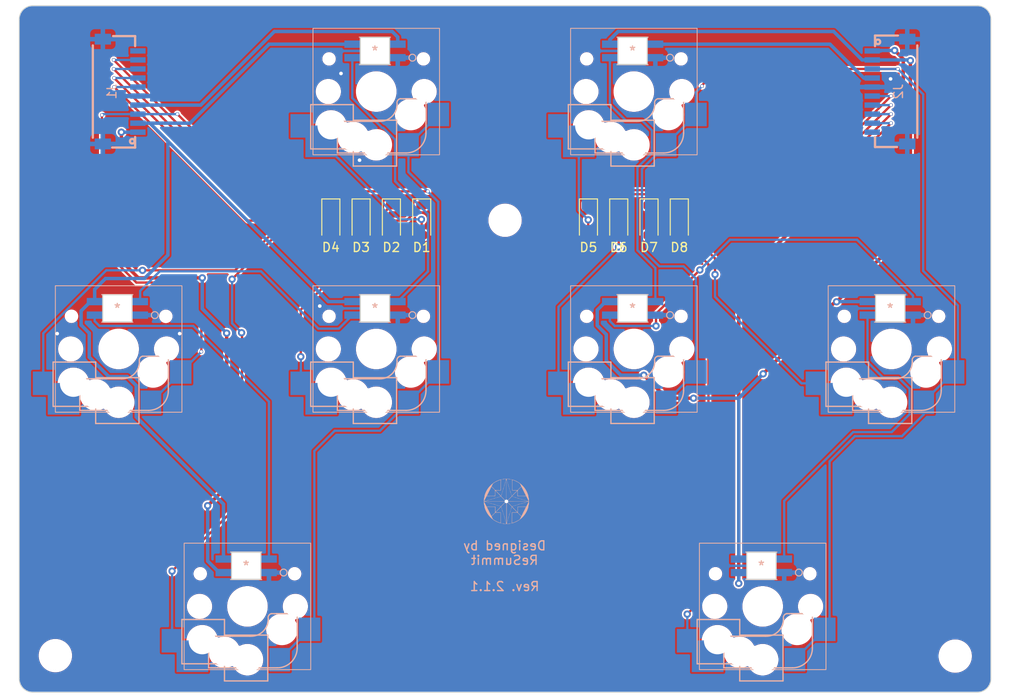
<source format=kicad_pcb>
(kicad_pcb (version 20240108) (generator "pcbnew") (generator_version "8.0")
  (layers (0 "F.Cu" signal) (31 "B.Cu" signal) (34 "B.Paste" user) (35 "F.Paste" user) (36 "B.SilkS" user "B.Silkscreen") (37 "F.SilkS" user "F.Silkscreen") (38 "B.Mask" user) (39 "F.Mask" user) (44 "Edge.Cuts" user))
  (net 0 "")
  (net 1 "Net-(D1-A)")
  (net 2 "Net-(SW1B-DOUT)")
  (net 3 "GND")
  (net 4 "/Row1")
  (net 5 "/Row2")
  (net 6 "/Row3")
  (net 7 "/Row4")
  (net 8 "/RGB_In")
  (net 9 "/Col_In")
  (net 10 "/V+")
  (net 11 "/RGB_Out")
  (net 14 "Net-(D2-A)")
  (net 15 "Net-(D3-A)")
  (net 16 "Net-(D4-A)")
  (net 17 "Net-(D5-A)")
  (net 18 "/Row11")
  (net 19 "Net-(D6-A)")
  (net 20 "/Row21")
  (net 21 "Net-(D7-A)")
  (net 22 "/Row31")
  (net 23 "Net-(D8-A)")
  (net 24 "/Row41")
  (net 25 "/V+1")
  (net 26 "/Col_In1")
  (net 27 "/RGB_Out1")
  (net 28 "/RGB_In1")
  (net 29 "Net-(SW2B-DOUT)")
  (net 30 "Net-(SW3B-DOUT)")
  (net 31 "Net-(SW5B-DOUT)")
  (net 32 "Net-(SW6B-DOUT)")
  (net 33 "Net-(SW7B-DOUT)")
  (footprint "Diode_SMD:D_SOD-123" (layer "F.Cu") (at 111.125 46.05 -90)
    (property "Reference" "D5")
    (property "Value" "1N4148W")
  )
  (footprint "Diode_SMD:D_SOD-123" (layer "F.Cu") (at 89.325 46.05 -90)
    (property "Reference" "D2")
    (property "Value" "1N4148W")
  )
  (footprint "Diode_SMD:D_SOD-123" (layer "F.Cu") (at 92.675 46.05 -90)
    (property "Reference" "D1")
    (property "Value" "1N4148W")
  )
  (footprint "Seismos-libs:Hole_M3_3.2mm" (layer "F.Cu") (at 151.7 94.3)
    (property "Reference" "REF**")
    (property "Value" "Hole_M3_3.2mm")
  )
  (footprint "Diode_SMD:D_SOD-123" (layer "F.Cu") (at 82.625 46.05 -90)
    (property "Reference" "D4")
    (property "Value" "1N4148W")
  )
  (footprint "Diode_SMD:D_SOD-123" (layer "F.Cu") (at 121.175 46.05 -90)
    (property "Reference" "D8")
    (property "Value" "1N4148W")
  )
  (footprint "Diode_SMD:D_SOD-123" (layer "F.Cu") (at 114.475 46.05 -90)
    (property "Reference" "D6")
    (property "Value" "1N4148W")
  )
  (footprint "Diode_SMD:D_SOD-123" (layer "F.Cu") (at 117.825 46.05 -90)
    (property "Reference" "D7")
    (property "Value" "1N4148W")
  )
  (footprint "Seismos-libs:Hole_M3_3.2mm" (layer "F.Cu") (at 101.9 46.05)
    (property "Reference" "REF**")
    (property "Value" "Hole_M3_3.2mm")
  )
  (footprint "Diode_SMD:D_SOD-123" (layer "F.Cu") (at 85.975 46.05 -90)
    (property "Reference" "D3")
    (property "Value" "1N4148W")
  )
  (footprint "Seismos-libs:Hole_M3_3.2mm" (layer "F.Cu") (at 52.15 94.25)
    (property "Reference" "REF**")
    (property "Value" "Hole_M3_3.2mm")
  )
  (footprint "Seismos-libs:CONN-SMD_10P-P1.00_SM10B-SRSS-TB-LF-SN" (layer "B.Cu") (at 146.4045 31.8 -90)
    (property "Reference" "J2")
    (property "Value" "SM10B-SRSS-TB(LF)(SN)")
  )
  (footprint "Seismos-libs:Switch_SK6812-E_Diode" (layer "B.Cu") (at 73.4 88.8 180)
    (property "Reference" "SW4")
    (property "Value" "Switch_SK6812-E_Diode")
    (fp_rect (start -1.478 3.0046) (end 1.762 5.9914) (stroke (width 0.12)) (fill none) (layer "Edge.Cuts"))
  )
  (footprint "Seismos-libs:Switch_SK6812-E_Diode" (layer "B.Cu") (at 130.4 88.8 180)
    (property "Reference" "SW8")
    (property "Value" "Switch_SK6812-E_Diode")
    (fp_rect (start -1.478 3.0046) (end 1.762 5.9914) (stroke (width 0.12)) (fill none) (layer "Edge.Cuts"))
  )
  (footprint "Seismos-libs:Switch_SK6812-E_Diode" (layer "B.Cu") (at 116.15 60.3 180)
    (property "Reference" "SW6")
    (property "Value" "Switch_SK6812-E_Diode")
    (fp_rect (start -1.478 3.0046) (end 1.762 5.9914) (stroke (width 0.12)) (fill none) (layer "Edge.Cuts"))
  )
  (footprint "Seismos-libs:Switch_SK6812-E_Diode" (layer "B.Cu") (at 87.65 31.8 180)
    (property "Reference" "SW1")
    (property "Value" "Switch_SK6812-E_Diode")
    (fp_rect (start -1.478 3.0046) (end 1.762 5.9914) (stroke (width 0.12)) (fill none) (layer "Edge.Cuts"))
  )
  (footprint "Seismos-libs:ReSummit_Logo" (layer "B.Cu") (at 102.05 77.175 -90)
    (property "Reference" "G***" (hide yes))
    (property "Value" "LOGO" (hide yes))
  )
  (footprint "Seismos-libs:Switch_SK6812-E_Diode" (layer "B.Cu") (at 116.15 31.8 180)
    (property "Reference" "SW5")
    (property "Value" "Switch_SK6812-E_Diode")
    (fp_rect (start -1.478 3.0046) (end 1.762 5.9914) (stroke (width 0.12)) (fill none) (layer "Edge.Cuts"))
  )
  (footprint "Seismos-libs:Switch_SK6812-E_Diode" (layer "B.Cu") (at 144.65 60.3 180)
    (property "Reference" "SW7")
    (property "Value" "Switch_SK6812-E_Diode")
    (fp_rect (start -1.478 3.0046) (end 1.762 5.9914) (stroke (width 0.12)) (fill none) (layer "Edge.Cuts"))
  )
  (footprint "Seismos-libs:CONN-SMD_10P-P1.00_SM10B-SRSS-TB-LF-SN" (layer "B.Cu") (at 57.3955 31.8 90)
    (property "Reference" "J1")
    (property "Value" "SM10B-SRSS-TB(LF)(SN)")
  )
  (footprint "Seismos-libs:Switch_SK6812-E_Diode" (layer "B.Cu") (at 87.65 60.3 180)
    (property "Reference" "SW2")
    (property "Value" "Switch_SK6812-E_Diode")
    (fp_rect (start -1.478 3.0046) (end 1.762 5.9914) (stroke (width 0.12)) (fill none) (layer "Edge.Cuts"))
  )
  (footprint "Seismos-libs:Switch_SK6812-E_Diode" (layer "B.Cu") (at 59.15 60.3 180)
    (property "Reference" "SW3")
    (property "Value" "Switch_SK6812-E_Diode")
    (fp_rect (start -1.478 3.0046) (end 1.762 5.9914) (stroke (width 0.12)) (fill none) (layer "Edge.Cuts"))
  )
  (gr_rect (start 123.4 81.8) (end 137.4 95.8) (stroke (width 0.1)) (fill none) (layer "B.SilkS"))
  (gr_rect (start 109.15 24.8) (end 123.15 38.8) (stroke (width 0.1)) (fill none) (layer "B.SilkS"))
  (gr_rect (start 137.65 53.3) (end 151.65 67.3) (stroke (width 0.1)) (fill none) (layer "B.SilkS"))
  (gr_rect (start 109.15 53.3) (end 123.15 67.3) (stroke (width 0.1)) (fill none) (layer "B.SilkS"))
  (gr_rect (start 80.65 53.3) (end 94.65 67.3) (stroke (width 0.1)) (fill none) (layer "B.SilkS"))
  (gr_rect (start 52.15 53.3) (end 66.15 67.3) (stroke (width 0.1)) (fill none) (layer "B.SilkS"))
  (gr_rect (start 66.4 81.8) (end 80.4 95.8) (stroke (width 0.1)) (fill none) (layer "B.SilkS"))
  (gr_rect (start 80.65 24.8) (end 94.65 38.8) (stroke (width 0.1)) (fill none) (layer "B.SilkS"))
  (gr_line (start 154.15 98.3) (end 49.65 98.3) (stroke (width 0.1)) (layer "Edge.Cuts"))
  (gr_line (start 155.65 23.8) (end 155.65 96.8) (stroke (width 0.1)) (layer "Edge.Cuts"))
  (gr_line (start 48.15 96.8) (end 48.15 23.8) (stroke (width 0.1)) (layer "Edge.Cuts"))
  (gr_arc (start 154.15 22.3) (mid 155.210643 22.739346) (end 155.65 23.8) (stroke (width 0.1)) (layer "Edge.Cuts"))
  (gr_arc (start 155.65 96.8) (mid 155.21066 97.86066) (end 154.15 98.3) (stroke (width 0.1)) (layer "Edge.Cuts"))
  (gr_arc (start 49.65 98.3) (mid 48.58934 97.86066) (end 48.15 96.8) (stroke (width 0.1)) (layer "Edge.Cuts"))
  (gr_line (start 49.65 22.3) (end 154.15 22.3) (stroke (width 0.1)) (layer "Edge.Cuts"))
  (gr_arc (start 48.15 23.8) (mid 48.58934 22.73934) (end 49.65 22.3) (stroke (width 0.1)) (layer "Edge.Cuts"))
  (gr_text "Rev. 2.1.1" (at 101.85 87.175 0) (layer "B.SilkS") (effects (font (size 1 1)) (justify bottom mirror)))
  (gr_text "Designed by\nReSummit" (at 101.85 84.275 0) (layer "B.SilkS") (effects (font (size 1 1)) (justify bottom mirror)))
  (segment (start 92.675 45.975) (end 92.65 45.95) (width 0.254) (layer "F.Cu") (net 1))
  (segment (start 92.675 47.7) (end 92.675 45.975) (width 0.254) (layer "F.Cu") (net 1))
  (via (at 92.65 45.95) (size 0.8) (drill 0.4) (layers "F.Cu" "B.Cu") (net 1))
  (segment (start 90.195 45.95) (end 81.56 37.315) (width 0.254) (layer "B.Cu") (net 1))
  (segment (start 92.65 45.95) (end 90.195 45.95) (width 0.254) (layer "B.Cu") (net 1))
  (segment (start 89.733 37.128521) (end 89.733 41.733) (width 0.254) (layer "B.Cu") (net 2))
  (segment (start 84.9981 28.0535) (end 84.9981 32.509686) (width 0.254) (layer "B.Cu") (net 2))
  (segment (start 84.9981 32.509686) (end 88.311414 35.823) (width 0.254) (layer "B.Cu") (net 2))
  (segment (start 93.377 45.377) (end 93.377 51.7059) (width 0.254) (layer "B.Cu") (net 2))
  (segment (start 93.377 51.7059) (end 90.028 55.0549) (width 0.254) (layer "B.Cu") (net 2))
  (segment (start 88.311414 35.823) (end 88.427479 35.823) (width 0.254) (layer "B.Cu") (net 2))
  (segment (start 88.427479 35.823) (end 89.733 37.128521) (width 0.254) (layer "B.Cu") (net 2))
  (segment (start 89.733 41.733) (end 93.377 45.377) (width 0.254) (layer "B.Cu") (net 2))
  (via (at 52.35 58.6) (size 0.8) (drill 0.4) (layers "F.Cu" "B.Cu") (net 3))
  (via (at 144.55 30.4) (size 0.8) (drill 0.4) (layers "F.Cu" "B.Cu") (net 3))
  (via (at 65.9 58.6) (size 0.8) (drill 0.4) (layers "F.Cu" "B.Cu") (net 3))
  (via (at 85.8 39.4) (size 0.8) (drill 0.4) (layers "F.Cu" "B.Cu") (net 3))
  (via (at 83.75 29.8) (size 0.8) (drill 0.4) (layers "F.Cu" "B.Cu") (net 3))
  (via (at 102.05 77.175) (size 0.8) (drill 0.4) (layers "F.Cu" "B.Cu") (net 3))
  (via (at 81.4 55.55) (size 0.8) (drill 0.4) (layers "F.Cu" "B.Cu") (net 3))
  (segment (start 90.99 46.085) (end 73.435 46.085) (width 0.254) (layer "F.Cu") (net 4))
  (segment (start 92.675 44.4) (end 90.99 46.085) (width 0.254) (layer "F.Cu") (net 4))
  (segment (start 73.435 46.085) (end 58.65 31.3) (width 0.254) (layer "F.Cu") (net 4))
  (via (at 58.65 31.3) (size 0.4) (drill 0.3) (layers "F.Cu" "B.Cu") (net 4))
  (segment (start 58.65 31.3) (end 61.2805 31.3) (width 0.254) (layer "B.Cu") (net 4))
  (segment (start 88.094 45.631) (end 73.981 45.631) (width 0.254) (layer "F.Cu") (net 5))
  (segment (start 89.325 44.4) (end 88.094 45.631) (width 0.254) (layer "F.Cu") (net 5))
  (segment (start 73.981 45.631) (end 58.65 30.3) (width 0.254) (layer "F.Cu") (net 5))
  (via (at 58.65 30.3) (size 0.4) (drill 0.3) (layers "F.Cu" "B.Cu") (net 5))
  (segment (start 58.65 30.3) (end 61.2805 30.3) (width 0.254) (layer "B.Cu") (net 5))
  (segment (start 85.198 45.177) (end 74.477 45.177) (width 0.254) (layer "F.Cu") (net 6))
  (segment (start 85.975 44.4) (end 85.198 45.177) (width 0.254) (layer "F.Cu") (net 6))
  (segment (start 74.477 45.177) (end 58.6 29.3) (width 0.254) (layer "F.Cu") (net 6))
  (via (at 58.6 29.3) (size 0.4) (drill 0.3) (layers "F.Cu" "B.Cu") (net 6))
  (segment (start 58.6 29.3) (end 61.2805 29.3) (width 0.254) (layer "B.Cu") (net 6))
  (segment (start 82.302 44.723) (end 75.023 44.723) (width 0.254) (layer "F.Cu") (net 7))
  (segment (start 75.023 44.723) (end 58.6 28.3) (width 0.254) (layer "F.Cu") (net 7))
  (segment (start 82.625 44.4) (end 82.302 44.723) (width 0.254) (layer "F.Cu") (net 7))
  (via (at 58.6 28.3) (size 0.4) (drill 0.3) (layers "F.Cu" "B.Cu") (net 7))
  (segment (start 58.6 28.3) (end 61.2805 28.3) (width 0.254) (layer "B.Cu") (net 7))
  (segment (start 90.028 26.5549) (end 90.028 25.7675) (width 0.381) (layer "B.Cu") (net 8))
  (segment (start 90.028 25.7675) (end 89.4105 25.15) (width 0.381) (layer "B.Cu") (net 8))
  (segment (start 68.228342 33.3) (end 61.2805 33.3) (width 0.381) (layer "B.Cu") (net 8))
  (segment (start 76.378342 25.15) (end 68.228342 33.3) (width 0.381) (layer "B.Cu") (net 8))
  (segment (start 89.4105 25.15) (end 76.378342 25.15) (width 0.381) (layer "B.Cu") (net 8))
  (segment (start 68.3 57.2) (end 68.3 60.6) (width 0.254) (layer "F.Cu") (net 9))
  (segment (start 61.112644 52.9445) (end 64.0445 52.9445) (width 0.254) (layer "F.Cu") (net 9))
  (segment (start 57.3 34.4) (end 57.3 49.131856) (width 0.254) (layer "F.Cu") (net 9))
  (segment (start 93.35 42.85) (end 74.2 42.85) (width 0.254) (layer "F.Cu") (net 9))
  (segment (start 74.2 42.85) (end 65.65 34.3) (width 0.254) (layer "F.Cu") (net 9))
  (segment (start 57.3 49.131856) (end 61.112644 52.9445) (width 0.254) (layer "F.Cu") (net 9))
  (segment (start 64.0445 52.9445) (end 68.3 57.2) (width 0.254) (layer "F.Cu") (net 9))
  (via (at 57.3 34.4) (size 0.4) (drill 0.3) (layers "F.Cu" "B.Cu") (net 9))
  (via (at 68.3 60.6) (size 0.4) (drill 0.3) (layers "F.Cu" "B.Cu") (net 9))
  (via (at 93.35 42.85) (size 0.4) (drill 0.3) (layers "F.Cu" "B.Cu") (net 9))
  (via (at 65.65 34.3) (size 0.4) (drill 0.3) (layers "F.Cu" "B.Cu") (net 9))
  (segment (start 93.35 42.85) (end 94.51 44.01) (width 0.254) (layer "B.Cu") (net 9))
  (segment (start 88.06 69.35) (end 91.21 66.2) (width 0.254) (layer "B.Cu") (net 9))
  (segment (start 83.05 69.35) (end 88.06 69.35) (width 0.254) (layer "B.Cu") (net 9))
  (segment (start 94.51 44.01) (end 94.51 62.84) (width 0.254) (layer "B.Cu") (net 9))
  (segment (start 66.06 62.84) (end 68.3 60.6) (width 0.254) (layer "B.Cu") (net 9))
  (segment (start 94.51 34.34) (end 94.51 34.4) (width 0.254) (layer "B.Cu") (net 9))
  (segment (start 94.51 62.84) (end 94.51 62.9) (width 0.254) (layer "B.Cu") (net 9))
  (segment (start 94.51 34.4) (end 91.21 37.7) (width 0.254) (layer "B.Cu") (net 9))
  (segment (start 61.2805 34.3) (end 57.4 34.3) (width 0.254) (layer "B.Cu") (net 9))
  (segment (start 94.51 62.9) (end 91.21 66.2) (width 0.254) (layer "B.Cu") (net 9))
  (segment (start 80.8 71.6) (end 83.05 69.35) (width 0.254) (layer "B.Cu") (net 9))
  (segment (start 80.26 91.34) (end 80.8 90.8) (width 0.254) (layer "B.Cu") (net 9))
  (segment (start 66.01 62.84) (end 66.01 62.9) (width 0.254) (layer "B.Cu") (net 9))
  (segment (start 76.96 94.7) (end 76.96 94.64) (width 0.254) (layer "B.Cu") (net 9))
  (segment (start 76.96 94.64) (end 80.26 91.34) (width 0.254) (layer "B.Cu") (net 9))
  (segment (start 66.01 62.9) (end 62.71 66.2) (width 0.254) (layer "B.Cu") (net 9))
  (segment (start 93.35 42.85) (end 91.21 40.71) (width 0.254) (layer "B.Cu") (net 9))
  (segment (start 91.21 40.71) (end 91.21 37.7) (width 0.254) (layer "B.Cu") (net 9))
  (segment (start 66.01 62.84) (end 66.06 62.84) (width 0.254) (layer "B.Cu") (net 9))
  (segment (start 57.4 34.3) (end 57.3 34.4) (width 0.254) (layer "B.Cu") (net 9))
  (segment (start 80.8 90.8) (end 80.8 71.6) (width 0.254) (layer "B.Cu") (net 9))
  (segment (start 61.2805 34.3) (end 65.65 34.3) (width 0.254) (layer "B.Cu") (net 9))
  (segment (start 62.6 35.3) (end 63.5 36.2) (width 0.381) (layer "B.Cu") (net 10))
  (segment (start 61.1 67.821) (end 61.1 64.35) (width 0.381) (layer "B.Cu") (net 10))
  (segment (start 55.9 58.55) (end 55 57.65) (width 0.381) (layer "B.Cu") (net 10))
  (segment (start 82.3549 55.0549) (end 63.5 36.2) (width 0.381) (layer "B.Cu") (net 10))
  (segment (start 70.7481 77.4691) (end 61.1 67.821) (width 0.381) (layer "B.Cu") (net 10))
  (segment (start 55.9 61.2) (end 55.9 58.55) (width 0.381) (layer "B.Cu") (net 10))
  (segment (start 56.4981 53.7019) (end 56.4981 55.0549) (width 0.381) (layer "B.Cu") (net 10))
  (segment (start 56.0295 55.0549) (end 56.4981 55.0549) (width 0.381) (layer "B.Cu") (net 10))
  (segment (start 70.7481 83.5549) (end 70.7481 77.4691) (width 0.381) (layer "B.Cu") (net 10))
  (segment (start 63.5 36.2) (end 64.6 37.3) (width 0.381) (layer "B.Cu") (net 10))
  (segment (start 62.3 35.3) (end 62.6 35.3) (width 0.381) (layer "B.Cu") (net 10))
  (segment (start 62 52.5) (end 57.7 52.5) (width 0.381) (layer "B.Cu") (net 10))
  (segment (start 55 56.0844) (end 56.0295 55.0549) (width 0.381) (layer "B.Cu") (net 10))
  (segment (start 64.6 49.9) (end 62 52.5) (width 0.381) (layer "B.Cu") (net 10))
  (segment (start 61.2815 35.3) (end 62.3 35.3) (width 0.381) (layer "B.Cu") (net 10))
  (segment (start 60.1 63.35) (end 58.05 63.35) (width 0.381) (layer "B.Cu") (net 10))
  (segment (start 67.05 35.3) (end 62.3 35.3) (width 0.381) (layer "B.Cu") (net 10))
  (segment (start 55 57.65) (end 55 56.0844) (width 0.381) (layer "B.Cu") (net 10))
  (segment (start 61.1 64.35) (end 60.1 63.35) (width 0.381) (layer "B.Cu") (net 10))
  (segment (start 64.6 37.3) (end 64.6 49.9) (width 0.381) (layer "B.Cu") (net 10))
  (segment (start 58.05 63.35) (end 55.9 61.2) (width 0.381) (layer "B.Cu") (net 10))
  (segment (start 75.7951 26.5549) (end 67.05 35.3) (width 0.381) (layer "B.Cu") (net 10))
  (segment (start 57.7 52.5) (end 56.4981 53.7019) (width 0.381) (layer "B.Cu") (net 10))
  (segment (start 84.9981 26.5549) (end 75.7951 26.5549) (width 0.381) (layer "B.Cu") (net 10))
  (segment (start 84.9981 55.0549) (end 82.3549 55.0549) (width 0.381) (layer "B.Cu") (net 10))
  (segment (start 59.45 50.55) (end 59.45 36.3) (width 0.381) (layer "F.Cu") (net 11))
  (segment (start 61.327 52.427) (end 59.45 50.55) (width 0.381) (layer "F.Cu") (net 11))
  (segment (start 68.4 52.427) (end 61.327 52.427) (width 0.381) (layer "F.Cu") (net 11))
  (segment (start 69 77.65) (end 71.1 75.55) (width 0.381) (layer "F.Cu") (net 11))
  (segment (start 71.1 75.55) (end 71.1 58.55) (width 0.381) (layer "F.Cu") (net 11))
  (via (at 68.4 52.427) (size 0.8) (drill 0.4) (layers "F.Cu" "B.Cu") (net 11))
  (via (at 59.45 36.3) (size 0.8) (drill 0.4) (layers "F.Cu" "B.Cu") (net 11))
  (via (at 71.1 58.55) (size 0.8) (drill 0.4) (layers "F.Cu" "B.Cu") (net 11))
  (via (at 69 77.65) (size 0.8) (drill 0.4) (layers "F.Cu" "B.Cu") (net 11))
  (segment (start 68.4 52.427) (end 68.4 55.85) (width 0.381) (layer "B.Cu") (net 11))
  (segment (start 70.2795 85.0535) (end 69 83.774) (width 0.381) (layer "B.Cu") (net 11))
  (segment (start 69 83.774) (end 69 77.65) (width 0.381) (layer "B.Cu") (net 11))
  (segment (start 68.4 55.85) (end 71.1 58.55) (width 0.381) (layer "B.Cu") (net 11))
  (segment (start 70.7481 85.0535) (end 70.2795 85.0535) (width 0.381) (layer "B.Cu") (net 11))
  (segment (start 59.45 36.3) (end 61.2815 36.3) (width 0.381) (layer "B.Cu") (net 11))
  (segment (start 79.3 61.15) (end 79.3 55.95) (width 0.254) (layer "F.Cu") (net 14))
  (segment (start 88.325 48.7) (end 89.325 47.7) (width 0.254) (layer "F.Cu") (net 14))
  (segment (start 86.55 48.7) (end 88.325 48.7) (width 0.254) (layer "F.Cu") (net 14))
  (segment (start 79.3 55.95) (end 86.55 48.7) (width 0.254) (layer "F.Cu") (net 14))
  (via (at 79.3 61.15) (size 0.8) (drill 0.4) (layers "F.Cu" "B.Cu") (net 14))
  (segment (start 79.31 64.1) (end 79.31 61.16) (width 0.254) (layer "B.Cu") (net 14))
  (segment (start 79.31 61.16) (end 79.3 61.15) (width 0.254) (layer "B.Cu") (net 14))
  (segment (start 72.039916 51.591032) (end 76.707948 46.923) (width 0.254) (layer "F.Cu") (net 15))
  (segment (start 61.791032 51.591032) (end 72.039916 51.591032) (width 0.254) (layer "F.Cu") (net 15))
  (segment (start 85.198 46.923) (end 85.975 47.7) (width 0.254) (layer "F.Cu") (net 15))
  (segment (start 76.707948 46.923) (end 85.198 46.923) (width 0.254) (layer "F.Cu") (net 15))
  (via (at 61.791032 51.591032) (size 0.8) (drill 0.4) (layers "F.Cu" "B.Cu") (net 15))
  (segment (start 57.782903 51.591032) (end 61.791032 51.591032) (width 0.254) (layer "B.Cu") (net 15))
  (segment (start 50.81 64.1) (end 50.81 58.563935) (width 0.254) (layer "B.Cu") (net 15))
  (segment (start 50.81 58.563935) (end 57.782903 51.591032) (width 0.254) (layer "B.Cu") (net 15))
  (segment (start 72.8 77.15) (end 72.8 58.55) (width 0.254) (layer "F.Cu") (net 16))
  (segment (start 72.8 58.55) (end 72.75 58.5) (width 0.254) (layer "F.Cu") (net 16))
  (segment (start 71.7 52.573) (end 76.573 47.7) (width 0.254) (layer "F.Cu") (net 16))
  (segment (start 65.06 84.89) (end 72.8 77.15) (width 0.254) (layer "F.Cu") (net 16))
  (segment (start 76.573 47.7) (end 82.625 47.7) (width 0.254) (layer "F.Cu") (net 16))
  (via (at 72.75 58.5) (size 0.8) (drill 0.4) (layers "F.Cu" "B.Cu") (net 16))
  (via (at 71.7 52.573) (size 0.8) (drill 0.4) (layers "F.Cu" "B.Cu") (net 16))
  (via (at 65.06 84.89) (size 0.8) (drill 0.4) (layers "F.Cu" "B.Cu") (net 16))
  (segment (start 72.75 58.5) (end 71.7 57.45) (width 0.254) (layer "B.Cu") (net 16))
  (segment (start 71.7 57.45) (end 71.7 52.573) (width 0.254) (layer "B.Cu") (net 16))
  (segment (start 65.06 84.89) (end 65.06 92.6) (width 0.254) (layer "B.Cu") (net 16))
  (segment (start 111.1 46) (end 111.1 47.675) (width 0.254) (layer "F.Cu") (net 17))
  (segment (start 111.1 47.675) (end 111.125 47.7) (width 0.254) (layer "F.Cu") (net 17))
  (via (at 111.1 46) (size 0.8) (drill 0.4) (layers "F.Cu" "B.Cu") (net 17))
  (segment (start 110.06 44.96) (end 111.1 46) (width 0.254) (layer "B.Cu") (net 17))
  (segment (start 110.06 37.315) (end 110.06 44.96) (width 0.254) (layer "B.Cu") (net 17))
  (segment (start 111.125 44.4) (end 112.81 42.715) (width 0.254) (layer "F.Cu") (net 18))
  (segment (start 112.81 42.715) (end 117.35 42.715) (width 0.254) (layer "F.Cu") (net 18))
  (segment (start 134.185 42.715) (end 144.6 32.3) (width 0.254) (layer "F.Cu") (net 18))
  (segment (start 117.35 42.715) (end 134.185 42.715) (width 0.254) (layer "F.Cu") (net 18))
  (via (at 144.6 32.3) (size 0.4) (drill 0.3) (layers "F.Cu" "B.Cu") (net 18))
  (segment (start 144.6 32.3) (end 142.5195 32.3) (width 0.254) (layer "B.Cu") (net 18))
  (segment (start 114.475 48.975) (end 114.475 47.7) (width 0.254) (layer "F.Cu") (net 19))
  (segment (start 114.45 49) (end 114.475 48.975) (width 0.254) (layer "F.Cu") (net 19))
  (via (at 114.45 49) (size 0.8) (drill 0.4) (layers "F.Cu" "B.Cu") (net 19))
  (segment (start 107.81 55.64) (end 107.81 64.1) (width 0.254) (layer "B.Cu") (net 19))
  (segment (start 114.45 49) (end 107.81 55.64) (width 0.254) (layer "B.Cu") (net 19))
  (segment (start 115.706 43.169) (end 114.475 44.4) (width 0.254) (layer "F.Cu") (net 20))
  (segment (start 144.6 33.3) (end 134.731 43.169) (width 0.254) (layer "F.Cu") (net 20))
  (segment (start 134.731 43.169) (end 115.706 43.169) (width 0.254) (layer "F.Cu") (net 20))
  (via (at 144.6 33.3) (size 0.4) (drill 0.3) (layers "F.Cu" "B.Cu") (net 20))
  (segment (start 144.6 33.3) (end 142.5195 33.3) (width 0.254) (layer "B.Cu") (net 20))
  (segment (start 118.602 46.923) (end 117.825 47.7) (width 0.254) (layer "F.Cu") (net 21))
  (segment (start 125.127 50.26512) (end 121.78488 46.923) (width 0.254) (layer "F.Cu") (net 21))
  (segment (start 125.127 52.05) (end 125.127 50.26512) (width 0.254) (layer "F.Cu") (net 21))
  (segment (start 121.78488 46.923) (end 118.602 46.923) (width 0.254) (layer "F.Cu") (net 21))
  (via (at 125.127 52.05) (size 0.8) (drill 0.4) (layers "F.Cu" "B.Cu") (net 21))
  (segment (start 134.7 64.1) (end 136.31 64.1) (width 0.254) (layer "B.Cu") (net 21))
  (segment (start 125.127 52.05) (end 125.127 54.527) (width 0.254) (layer "B.Cu") (net 21))
  (segment (start 125.127 54.527) (end 134.7 64.1) (width 0.254) (layer "B.Cu") (net 21))
  (segment (start 118.602 43.623) (end 117.825 44.4) (width 0.254) (layer "F.Cu") (net 22))
  (segment (start 144.6 34.3) (end 135.277 43.623) (width 0.254) (layer "F.Cu") (net 22))
  (segment (start 135.277 43.623) (end 118.602 43.623) (width 0.254) (layer "F.Cu") (net 22))
  (via (at 144.6 34.3) (size 0.4) (drill 0.3) (layers "F.Cu" "B.Cu") (net 22))
  (segment (start 142.5195 34.3) (end 144.6 34.3) (width 0.254) (layer "B.Cu") (net 22))
  (segment (start 124.4 87.3) (end 124.4 85.644465) (width 0.254) (layer "F.Cu") (net 23))
  (segment (start 124.303 84.820935) (end 124.4 84.723935) (width 0.254) (layer "F.Cu") (net 23))
  (segment (start 124.4 50.925) (end 121.175 47.7) (width 0.254) (layer "F.Cu") (net 23))
  (segment (start 124.303 85.547465) (end 124.303 84.820935) (width 0.254) (layer "F.Cu") (net 23))
  (segment (start 122.05 89.65) (end 124.4 87.3) (width 0.254) (layer "F.Cu") (net 23))
  (segment (start 124.4 84.723935) (end 124.4 50.925) (width 0.254) (layer "F.Cu") (net 23))
  (segment (start 124.4 85.644465) (end 124.303 85.547465) (width 0.254) (layer "F.Cu") (net 23))
  (via (at 122.05 89.65) (size 0.8) (drill 0.4) (layers "F.Cu" "B.Cu") (net 23))
  (segment (start 122.06 89.66) (end 122.05 89.65) (width 0.254) (layer "B.Cu") (net 23))
  (segment (start 122.06 92.6) (end 122.06 89.66) (width 0.254) (layer "B.Cu") (net 23))
  (segment (start 121.175 44.4) (end 121.498 44.077) (width 0.254) (layer "F.Cu") (net 24))
  (segment (start 121.498 44.077) (end 135.823 44.077) (width 0.254) (layer "F.Cu") (net 24))
  (segment (start 135.823 44.077) (end 144.6 35.3) (width 0.254) (layer "F.Cu") (net 24))
  (via (at 144.6 35.3) (size 0.4) (drill 0.3) (layers "F.Cu" "B.Cu") (net 24))
  (segment (start 144.6 35.3) (end 142.5195 35.3) (width 0.254) (layer "B.Cu") (net 24))
  (segment (start 119.8 65.75) (end 122.75 65.75) (width 0.381) (layer "F.Cu") (net 25))
  (segment (start 138.575 55.075) (end 146.7405 46.9095) (width 0.381) (layer "F.Cu") (net 25))
  (segment (start 146.7405 46.9095) (end 146.7405 28.365633) (width 0.381) (layer "F.Cu") (net 25))
  (segment (start 117.25 63.2) (end 119.8 65.75) (width 0.381) (layer "F.Cu") (net 25))
  (segment (start 138.425 55.075) (end 130.45 63.05) (width 0.381) (layer "F.Cu") (net 25))
  (segment (start 138.575 55.075) (end 138.425 55.075) (width 0.381) (layer "F.Cu") (net 25))
  (via (at 130.45 63.05) (size 0.8) (drill 0.4) (layers "F.Cu" "B.Cu") (net 25))
  (via (at 146.7405 28.365633) (size 0.8) (drill 0.4) (layers "F.Cu" "B.Cu") (net 25))
  (via (at 138.575 55.075) (size 0.8) (drill 0.4) (layers "F.Cu" "B.Cu") (net 25))
  (via (at 122.75 65.75) (size 0.8) (drill 0.4) (layers "F.Cu" "B.Cu") (net 25))
  (via (at 117.25 63.2) (size 0.8) (drill 0.4) (layers "F.Cu" "B.Cu") (net 25))
  (segment (start 113.1 58.7) (end 113.1 61.6) (width 0.381) (layer "B.Cu") (net 25))
  (segment (start 127.7481 83.5549) (end 127.7481 65.7519) (width 0.381) (layer "B.Cu") (net 25))
  (segment (start 122.75 65.75) (end 127.75 65.75) (width 0.381) (layer "B.Cu") (net 25))
  (segment (start 141.4 28.3) (end 142.5185 28.3) (width 0.381) (layer "B.Cu") (net 25))
  (segment (start 114.4 25.15) (end 138.25 25.15) (width 0.381) (layer "B.Cu") (net 25))
  (segment (start 112.1 57.7) (end 113.1 58.7) (width 0.381) (layer "B.Cu") (net 25))
  (segment (start 113.1 61.6) (end 114.7 63.2) (width 0.381) (layer "B.Cu") (net 25))
  (segment (start 113.4981 55.0549) (end 113.0295 55.0549) (width 0.381) (layer "B.Cu") (net 25))
  (segment (start 146.7405 28.365633) (end 146.674867 28.3) (width 0.381) (layer "B.Cu") (net 25))
  (segment (start 113.4981 26.0519) (end 114.4 25.15) (width 0.381) (layer "B.Cu") (net 25))
  (segment (start 138.25 25.15) (end 141.4 28.3) (width 0.381) (layer "B.Cu") (net 25))
  (segment (start 138.575 55.075) (end 138.5951 55.0549) (width 0.381) (layer "B.Cu") (net 25))
  (segment (start 113.4981 26.5549) (end 113.4981 26.0519) (width 0.381) (layer "B.Cu") (net 25))
  (segment (start 112.1 55.9844) (end 112.1 57.7) (width 0.381) (layer "B.Cu") (net 25))
  (segment (start 127.75 65.75) (end 130.45 63.05) (width 0.381) (layer "B.Cu") (net 25))
  (segment (start 138.5951 55.0549) (end 141.9981 55.0549) (width 0.381) (layer "B.Cu") (net 25))
  (segment (start 113.0295 55.0549) (end 112.1 55.9844) (width 0.381) (layer "B.Cu") (net 25))
  (segment (start 146.674867 28.3) (end 142.5185 28.3) (width 0.381) (layer "B.Cu") (net 25))
  (segment (start 127.7481 65.7519) (end 130.45 63.05) (width 0.381) (layer "B.Cu") (net 25))
  (segment (start 114.7 63.2) (end 117.25 63.2) (width 0.381) (layer "B.Cu") (net 25))
  (segment (start 125.5 29.3) (end 123.7 31.1) (width 0.254) (layer "F.Cu") (net 26))
  (segment (start 145.35 29.3) (end 125.5 29.3) (width 0.254) (layer "F.Cu") (net 26))
  (segment (start 123.7 31.1) (end 123.7 31.2) (width 0.254) (layer "F.Cu") (net 26))
  (via (at 123.7 31.2) (size 0.4) (drill 0.3) (layers "F.Cu" "B.Cu") (net 26))
  (via (at 145.35 29.3) (size 0.4) (drill 0.3) (layers "F.Cu" "B.Cu") (net 26))
  (segment (start 142.5195 29.3) (end 145.35 29.3) (width 0.254) (layer "B.Cu") (net 26))
  (segment (start 137.8 90.8) (end 137.26 91.34) (width 0.254) (layer "B.Cu") (net 26))
  (segment (start 148.21 66.14) (end 151.51 62.84) (width 0.254) (layer "B.Cu") (net 26))
  (segment (start 119.71 66.14) (end 123.01 62.84) (width 0.254) (layer "B.Cu") (net 26))
  (segment (start 121.65 51.15) (end 118.971866 51.15) (width 0.254) (layer "B.Cu") (net 26))
  (segment (start 123.01 31.89) (end 123.01 34.34) (width 0.254) (layer "B.Cu") (net 26))
  (segment (start 148.15 32.1) (end 148.15 51.65) (width 0.254) (layer "B.Cu") (net 26))
  (segment (start 118.971866 51.15) (end 117.05 49.228134) (width 0.254) (layer "B.Cu") (net 26))
  (segment (start 133.96 94.7) (end 133.96 94.64) (width 0.254) (layer "B.Cu") (net 26))
  (segment (start 137.8 72.75) (end 137.8 90.8) (width 0.254) (layer "B.Cu") (net 26))
  (segment (start 123.01 52.51) (end 121.65 51.15) (width 0.254) (layer "B.Cu") (net 26))
  (segment (start 133.96 94.64) (end 137.26 91.34) (width 0.254) (layer "B.Cu") (net 26))
  (segment (start 152 62.35) (end 151.51 62.84) (width 0.254) (layer "B.Cu") (net 26))
  (segment (start 117.05 40.36) (end 119.71 37.7) (width 0.254) (layer "B.Cu") (net 26))
  (segment (start 152 55.5) (end 152 62.35) (width 0.254) (layer "B.Cu") (net 26))
  (segment (start 123.01 62.84) (end 123.01 52.51) (width 0.254) (layer "B.Cu") (net 26))
  (segment (start 119.71 66.2) (end 119.71 66.14) (width 0.254) (layer "B.Cu") (net 26))
  (segment (start 119.71 37.7) (end 119.71 37.64) (width 0.254) (layer "B.Cu") (net 26))
  (segment (start 148.21 66.2) (end 148.21 66.14) (width 0.254) (layer "B.Cu") (net 26))
  (segment (start 145.8 69.954) (end 140.596 69.954) (width 0.254) (layer "B.Cu") (net 26))
  (segment (start 119.71 37.64) (end 123.01 34.34) (width 0.254) (layer "B.Cu") (net 26))
  (segment (start 117.05 49.228134) (end 117.05 40.36) (width 0.254) (layer "B.Cu") (net 26))
  (segment (start 123.7 31.2) (end 123.01 31.89) (width 0.254) (layer "B.Cu") (net 26))
  (segment (start 140.596 69.954) (end 137.8 72.75) (width 0.254) (layer "B.Cu") (net 26))
  (segment (start 148.21 67.544) (end 145.8 69.954) (width 0.254) (layer "B.Cu") (net 26))
  (segment (start 148.15 51.65) (end 152 55.5) (width 0.254) (layer "B.Cu") (net 26))
  (segment (start 148.21 66.2) (end 148.21 67.544) (width 0.254) (layer "B.Cu") (net 26))
  (segment (start 145.35 29.3) (end 148.15 32.1) (width 0.254) (layer "B.Cu") (net 26))
  (segment (start 145.95 28.2) (end 145.95 34.785094) (width 0.381) (layer "F.Cu") (net 27))
  (segment (start 145.95 34.785094) (end 127.75 52.985094) (width 0.381) (layer "F.Cu") (net 27))
  (segment (start 127.75 52.985094) (end 127.75 86.25) (width 0.381) (layer "F.Cu") (net 27))
  (segment (start 145 27.25) (end 145.95 28.2) (width 0.381) (layer "F.Cu") (net 27))
  (via (at 145 27.25) (size 0.8) (drill 0.4) (layers "F.Cu" "B.Cu") (net 27))
  (via (at 127.75 86.25) (size 0.8) (drill 0.4) (layers "F.Cu" "B.Cu") (net 27))
  (segment (start 143.4495 27.3) (end 142.5185 27.3) (width 0.381) (layer "B.Cu") (net 27))
  (segment (start 143.4995 27.25) (end 143.4495 27.3) (width 0.381) (layer "B.Cu") (net 27))
  (segment (start 127.7481 85.0535) (end 127.7481 86.2481) (width 0.381) (layer "B.Cu") (net 27))
  (segment (start 127.7481 86.2481) (end 127.75 86.25) (width 0.381) (layer "B.Cu") (net 27))
  (segment (start 145 27.25) (end 143.4995 27.25) (width 0.381) (layer "B.Cu") (net 27))
  (segment (start 137.8434 26.5549) (end 141.5885 30.3) (width 0.381) (layer "B.Cu") (net 28))
  (segment (start 118.528 26.5549) (end 137.8434 26.5549) (width 0.381) (layer "B.Cu") (net 28))
  (segment (start 141.5885 30.3) (end 142.5195 30.3) (width 0.381) (layer "B.Cu") (net 28))
  (segment (start 84.9981 56.5535) (end 83.5016 58.05) (width 0.254) (layer "B.Cu") (net 29))
  (segment (start 81.25 58.05) (end 74.9 51.7) (width 0.254) (layer "B.Cu") (net 29))
  (segment (start 74.9 51.7) (end 63.7 51.7) (width 0.254) (layer "B.Cu") (net 29))
  (segment (start 63.7 51.7) (end 61.528 53.872) (width 0.254) (layer "B.Cu") (net 29))
  (segment (start 83.5016 58.05) (end 81.25 58.05) (width 0.254) (layer "B.Cu") (net 29))
  (segment (start 61.528 53.872) (end 61.528 55.0549) (width 0.254) (layer "B.Cu") (net 29))
  (segment (start 56.4981 57.2139) (end 57.0342 57.75) (width 0.254) (layer "B.Cu") (net 30))
  (segment (start 57.0342 57.75) (end 67.4 57.75) (width 0.254) (layer "B.Cu") (net 30))
  (segment (start 56.4981 56.5535) (end 56.4981 57.2139) (width 0.254) (layer "B.Cu") (net 30))
  (segment (start 75.778 66.128) (end 75.778 83.5549) (width 0.254) (layer "B.Cu") (net 30))
  (segment (start 67.4 57.75) (end 75.778 66.128) (width 0.254) (layer "B.Cu") (net 30))
  (segment (start 115.25 35) (end 117.05 35) (width 0.254) (layer "B.Cu") (net 31))
  (segment (start 117.05 35) (end 118.15 36.1) (width 0.254) (layer "B.Cu") (net 31))
  (segment (start 118.15 36.1) (end 118.15 38.6) (width 0.254) (layer "B.Cu") (net 31))
  (segment (start 113.4981 33.2481) (end 115.25 35) (width 0.254) (layer "B.Cu") (net 31))
  (segment (start 116.55 49.370186) (end 118.528 51.348186) (width 0.254) (layer "B.Cu") (net 31))
  (segment (start 118.15 38.6) (end 116.55 40.2) (width 0.254) (layer "B.Cu") (net 31))
  (segment (start 116.55 40.2) (end 116.55 49.370186) (width 0.254) (layer "B.Cu") (net 31))
  (segment (start 113.4981 28.0535) (end 113.4981 33.2481) (width 0.254) (layer "B.Cu") (net 31))
  (segment (start 118.528 51.348186) (end 118.528 55.0549) (width 0.254) (layer "B.Cu") (net 31))
  (segment (start 118.6 56.4) (end 118.6 57.75) (width 0.254) (layer "F.Cu") (net 32))
  (segment (start 123.45 51.55) (end 118.6 56.4) (width 0.254) (layer "F.Cu") (net 32))
  (via (at 123.45 51.55) (size 0.8) (drill 0.4) (layers "F.Cu" "B.Cu") (net 32))
  (via (at 118.6 57.75) (size 0.8) (drill 0.4) (layers "F.Cu" "B.Cu") (net 32))
  (segment (start 118.6 57.75) (end 114.0342 57.75) (width 0.254) (layer "B.Cu") (net 32))
  (segment (start 147.028 54.3945) (end 147.028 55.0549) (width 0.254) (layer "B.Cu") (net 32))
  (segment (start 114.0342 57.75) (end 113.4981 57.2139) (width 0.254) (layer "B.Cu") (net 32))
  (segment (start 123.45 51.55) (end 126.793421 48.206579) (width 0.254) (layer "B.Cu") (net 32))
  (segment (start 126.793421 48.206579) (end 140.840079 48.206579) (width 0.254) (layer "B.Cu") (net 32))
  (segment (start 140.840079 48.206579) (end 147.028 54.3945) (width 0.254) (layer "B.Cu") (net 32))
  (segment (start 113.4981 57.2139) (end 113.4981 56.5535) (width 0.254) (layer "B.Cu") (net 32))
  (segment (start 145.4 63.45) (end 143.7 63.45) (width 0.254) (layer "B.Cu") (net 33))
  (segment (start 132.778 77.129948) (end 140.407948 69.5) (width 0.254) (layer "B.Cu") (net 33))
  (segment (start 141.9981 61.7481) (end 141.9981 56.5535) (width 0.254) (layer "B.Cu") (net 33))
  (segment (start 132.778 83.5549) (end 132.778 77.129948) (width 0.254) (layer "B.Cu") (net 33))
  (segment (start 146.65 64.7) (end 145.4 63.45) (width 0.254) (layer "B.Cu") (net 33))
  (segment (start 140.407948 69.5) (end 144.677239 69.5) (width 0.254) (layer "B.Cu") (net 33))
  (segment (start 144.677239 69.5) (end 146.65 67.527239) (width 0.254) (layer "B.Cu") (net 33))
  (segment (start 143.7 63.45) (end 141.9981 61.7481) (width 0.254) (layer "B.Cu") (net 33))
  (segment (start 146.65 67.527239) (end 146.65 64.7) (width 0.254) (layer "B.Cu") (net 33))
  (zone (net 3) (net_name "GND") (layers "F&B.Cu") (name "GND") (connect_pads (clearance 0)) (min_thickness 0.25) (fill yes (thermal_gap 0.5) (thermal_bridge_width 0.5))
    (polygon (pts (xy 47.515 21.665) (xy 47.515 99.135) (xy 156.1 99.135) (xy 156.1 21.665)))
  )
)
</source>
